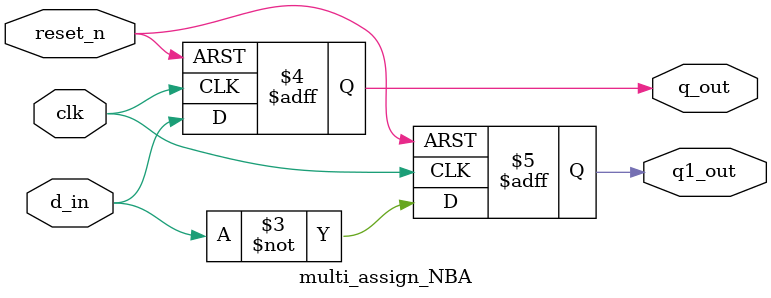
<source format=v>
`timescale 1ns / 1ps


module multi_assign_NBA(
    input d_in,
    input reset_n,
    output reg q_out,
    output reg q1_out,
    input clk
    );
    
    always@(posedge clk, negedge reset_n)
    begin
        if(!reset_n)
        begin
            q_out <= 1'b0;
            q1_out <= 1'b0;        
        end
        else
        begin
            q_out <= d_in;
            q1_out <= ~d_in;        
        end
    
    end
    
endmodule

</source>
